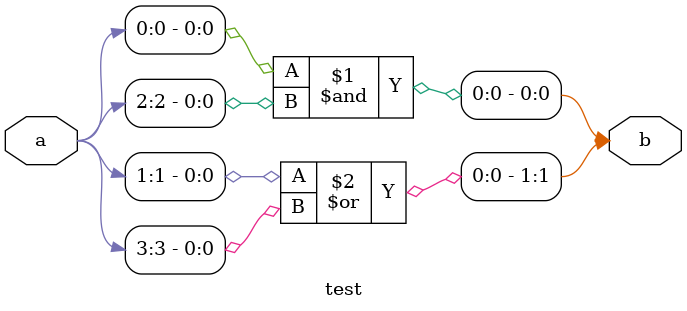
<source format=v>
module test(a, b);

input [3:0]a;
output [1:0]b;
assign b[0]=a[0]&a[2];
assign b[1]=a[1] | a[3];

endmodule
</source>
